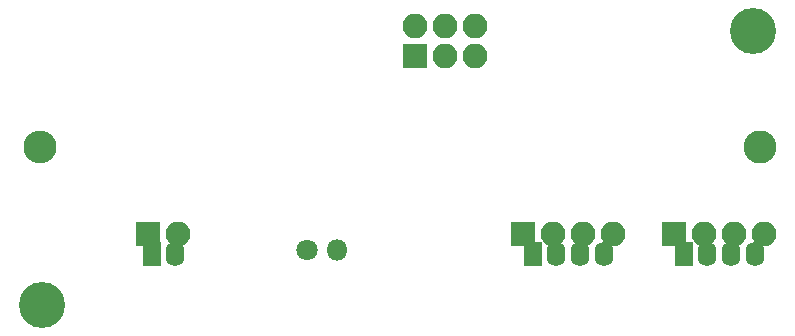
<source format=gbs>
G04 #@! TF.GenerationSoftware,KiCad,Pcbnew,(5.1.0)-1*
G04 #@! TF.CreationDate,2019-06-25T11:49:38+01:00*
G04 #@! TF.ProjectId,BMS_Cell_Module,424d535f-4365-46c6-9c5f-4d6f64756c65,3.0*
G04 #@! TF.SameCoordinates,Original*
G04 #@! TF.FileFunction,Soldermask,Bot*
G04 #@! TF.FilePolarity,Negative*
%FSLAX46Y46*%
G04 Gerber Fmt 4.6, Leading zero omitted, Abs format (unit mm)*
G04 Created by KiCad (PCBNEW (5.1.0)-1) date 2019-06-25 11:49:38*
%MOMM*%
%LPD*%
G04 APERTURE LIST*
%ADD10C,3.900000*%
%ADD11O,2.800000X2.800000*%
%ADD12C,2.800000*%
%ADD13R,2.100000X2.100000*%
%ADD14O,2.100000X2.100000*%
%ADD15R,1.600000X2.100000*%
%ADD16O,1.600000X2.100000*%
%ADD17C,1.800000*%
%ADD18O,1.800000X1.800000*%
G04 APERTURE END LIST*
D10*
X110800000Y-96600000D03*
X171000000Y-73400000D03*
D11*
X110640000Y-83250000D03*
D12*
X171600000Y-83250000D03*
D13*
X164325000Y-90550000D03*
D14*
X166865000Y-90550000D03*
X169405000Y-90550000D03*
X171945000Y-90550000D03*
D15*
X152350000Y-92300000D03*
D16*
X154350000Y-92300000D03*
X156350000Y-92300000D03*
X158350000Y-92300000D03*
D15*
X165129762Y-92300000D03*
D16*
X167129762Y-92300000D03*
X169129762Y-92300000D03*
X171129762Y-92300000D03*
D13*
X142400000Y-75500000D03*
D14*
X142400000Y-72960000D03*
X144940000Y-75500000D03*
X144940000Y-72960000D03*
X147480000Y-75500000D03*
X147480000Y-72960000D03*
D17*
X133275000Y-91950000D03*
D18*
X135815000Y-91950000D03*
D15*
X120075000Y-92300000D03*
D16*
X122075000Y-92300000D03*
D14*
X159160000Y-90550000D03*
X156620000Y-90550000D03*
X154080000Y-90550000D03*
D13*
X151540000Y-90550000D03*
D14*
X122340000Y-90550000D03*
D13*
X119800000Y-90550000D03*
M02*

</source>
